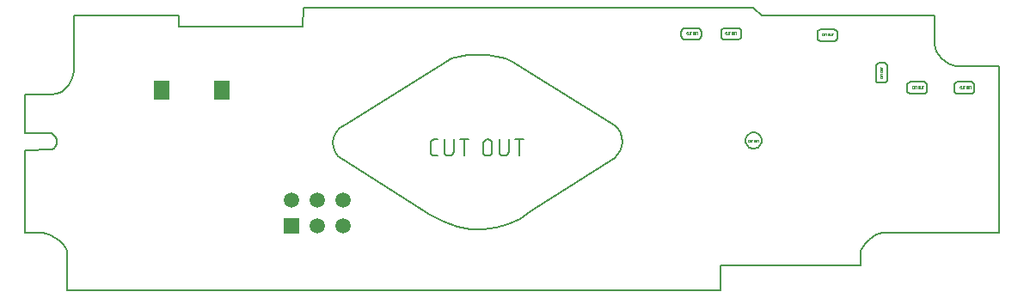
<source format=gbs>
G04 EAGLE Gerber RS-274X export*
G75*
%MOMM*%
%FSLAX34Y34*%
%LPD*%
%INSolder Mask bottom*%
%IPPOS*%
%AMOC8*
5,1,8,0,0,1.08239X$1,22.5*%
G01*
%ADD10C,0.152400*%
%ADD11C,0.127000*%
%ADD12C,0.203200*%
%ADD13C,0.000000*%
%ADD14R,1.498600X1.498600*%
%ADD15C,1.498600*%
%ADD16R,1.601600X1.901600*%


D10*
X937546Y229161D02*
X938245Y229175D01*
X979417Y229147D01*
X979417Y64431D01*
X864625Y64431D01*
X862110Y64004D01*
X858911Y62769D01*
X855342Y60789D01*
X851718Y58131D01*
X848352Y54860D01*
X845559Y51042D01*
X843653Y46742D01*
X842947Y42026D01*
X842947Y32137D01*
X705259Y32137D01*
X705259Y8048D01*
X62246Y8048D01*
X62246Y44093D01*
X61661Y47028D01*
X60017Y50299D01*
X57479Y53683D01*
X54211Y56954D01*
X50380Y59889D01*
X46151Y62263D01*
X41688Y63852D01*
X37157Y64431D01*
X20582Y64431D01*
X20582Y146244D01*
X46461Y146444D01*
X48726Y147667D01*
X50340Y149584D01*
X51304Y151962D01*
X51620Y154567D01*
X51292Y157166D01*
X50321Y159525D01*
X48710Y161410D01*
X46461Y162589D01*
X20582Y162627D01*
D11*
X20582Y200900D01*
D10*
X46461Y200900D01*
X51954Y201629D01*
X56614Y203653D01*
X60472Y206724D01*
X63559Y210596D01*
X65906Y215020D01*
X67544Y219752D01*
X68505Y224543D01*
X68818Y229147D01*
X68818Y278772D01*
D12*
X171616Y278772D01*
D10*
X171616Y267473D01*
X294142Y267557D01*
X294805Y286363D01*
X737652Y286663D01*
X745760Y278772D01*
X916056Y278772D01*
X916116Y250125D01*
X916704Y247043D01*
X918137Y243643D01*
X920291Y240151D01*
X923042Y236790D01*
X926267Y233785D01*
X929842Y231363D01*
X933643Y229746D01*
X937546Y229161D01*
X739426Y163325D02*
X737814Y163488D01*
X739426Y163325D02*
X740928Y162859D01*
X742287Y162122D01*
X743471Y161145D01*
X744448Y159961D01*
X745185Y158602D01*
X745651Y157100D01*
X745814Y155488D01*
X745651Y153876D01*
X745185Y152374D01*
X744448Y151015D01*
X743471Y149831D01*
X742287Y148854D01*
X740928Y148117D01*
X739426Y147651D01*
X737814Y147488D01*
X736202Y147651D01*
X734700Y148117D01*
X733341Y148854D01*
X732157Y149831D01*
X731180Y151015D01*
X730443Y152374D01*
X729977Y153876D01*
X729814Y155488D01*
X729977Y157100D01*
X730443Y158602D01*
X731180Y159961D01*
X732157Y161145D01*
X733341Y162122D01*
X734700Y162859D01*
X736202Y163325D01*
X737814Y163488D01*
X858183Y215721D02*
X858183Y228616D01*
X858251Y229284D01*
X858445Y229906D01*
X858752Y230471D01*
X859159Y230963D01*
X859651Y231370D01*
X860216Y231677D01*
X860838Y231871D01*
X861506Y231939D01*
X866291Y231939D01*
X866959Y231871D01*
X867582Y231677D01*
X868146Y231370D01*
X868639Y230963D01*
X869046Y230471D01*
X869353Y229906D01*
X869547Y229284D01*
X869615Y228616D01*
X869615Y215721D01*
X869547Y215054D01*
X869353Y214431D01*
X869046Y213867D01*
X868639Y213375D01*
X868146Y212968D01*
X867582Y212661D01*
X866959Y212467D01*
X866291Y212399D01*
X861506Y212399D01*
X860838Y212467D01*
X860216Y212661D01*
X859651Y212968D01*
X859159Y213375D01*
X858752Y213867D01*
X858445Y214431D01*
X858251Y215054D01*
X858183Y215721D01*
X892465Y213299D02*
X905359Y213299D01*
X906027Y213231D01*
X906649Y213037D01*
X907214Y212729D01*
X907706Y212323D01*
X908113Y211830D01*
X908420Y211266D01*
X908614Y210643D01*
X908682Y209976D01*
X908682Y205190D01*
X908614Y204522D01*
X908420Y203899D01*
X908113Y203335D01*
X907706Y202842D01*
X907214Y202435D01*
X906649Y202128D01*
X906027Y201934D01*
X905359Y201866D01*
X892465Y201866D01*
X891797Y201934D01*
X891175Y202128D01*
X890610Y202435D01*
X890118Y202842D01*
X889711Y203335D01*
X889404Y203899D01*
X889210Y204522D01*
X889142Y205190D01*
X889142Y209976D01*
X889210Y210643D01*
X889404Y211266D01*
X889711Y211830D01*
X890118Y212323D01*
X890610Y212729D01*
X891175Y213037D01*
X891797Y213231D01*
X892465Y213299D01*
X939007Y213299D02*
X951902Y213299D01*
X952569Y213231D01*
X953192Y213037D01*
X953756Y212729D01*
X954248Y212323D01*
X954655Y211830D01*
X954962Y211266D01*
X955156Y210643D01*
X955224Y209976D01*
X955224Y205190D01*
X955156Y204522D01*
X954962Y203899D01*
X954655Y203335D01*
X954248Y202842D01*
X953756Y202435D01*
X953192Y202128D01*
X952569Y201934D01*
X951902Y201866D01*
X939007Y201866D01*
X938339Y201934D01*
X937717Y202128D01*
X937152Y202435D01*
X936660Y202842D01*
X936253Y203335D01*
X935946Y203899D01*
X935752Y204522D01*
X935684Y205190D01*
X935684Y209976D01*
X935752Y210643D01*
X935946Y211266D01*
X936253Y211830D01*
X936660Y212323D01*
X937152Y212729D01*
X937717Y213037D01*
X938339Y213231D01*
X939007Y213299D01*
X817045Y265110D02*
X804150Y265110D01*
X817045Y265110D02*
X817713Y265042D01*
X818335Y264848D01*
X818900Y264541D01*
X819392Y264134D01*
X819799Y263642D01*
X820106Y263077D01*
X820300Y262455D01*
X820368Y261787D01*
X820368Y257001D01*
X820300Y256333D01*
X820106Y255711D01*
X819799Y255146D01*
X819392Y254654D01*
X818900Y254247D01*
X818335Y253940D01*
X817713Y253746D01*
X817045Y253678D01*
X804150Y253678D01*
X803483Y253746D01*
X802860Y253940D01*
X802296Y254247D01*
X801804Y254654D01*
X801397Y255146D01*
X801090Y255711D01*
X800896Y256333D01*
X800828Y257001D01*
X800828Y261787D01*
X800896Y262455D01*
X801090Y263077D01*
X801397Y263642D01*
X801804Y264134D01*
X802296Y264541D01*
X802860Y264848D01*
X803483Y265042D01*
X804150Y265110D01*
X722181Y266419D02*
X709286Y266419D01*
X722181Y266419D02*
X722849Y266351D01*
X723471Y266157D01*
X724036Y265850D01*
X724528Y265443D01*
X724935Y264951D01*
X725242Y264386D01*
X725436Y263764D01*
X725504Y263096D01*
X725504Y258310D01*
X725436Y257642D01*
X725242Y257019D01*
X724935Y256455D01*
X724528Y255962D01*
X724036Y255555D01*
X723471Y255248D01*
X722849Y255054D01*
X722181Y254986D01*
X709286Y254986D01*
X708619Y255054D01*
X707996Y255248D01*
X707432Y255555D01*
X706940Y255962D01*
X706533Y256455D01*
X706226Y257019D01*
X706032Y257642D01*
X705964Y258310D01*
X705964Y263096D01*
X706032Y263764D01*
X706226Y264386D01*
X706533Y264951D01*
X706940Y265443D01*
X707432Y265850D01*
X707996Y266157D01*
X708619Y266351D01*
X709286Y266419D01*
X682994Y266419D02*
X670100Y266419D01*
X682994Y266419D02*
X683662Y266351D01*
X684284Y266157D01*
X684849Y265850D01*
X685341Y265443D01*
X685748Y264951D01*
X686055Y264386D01*
X686249Y263764D01*
X686317Y263096D01*
X686317Y258310D01*
X686249Y257642D01*
X686055Y257019D01*
X685748Y256455D01*
X685341Y255962D01*
X684849Y255555D01*
X684284Y255248D01*
X683662Y255054D01*
X682994Y254986D01*
X670100Y254986D01*
X669432Y255054D01*
X668810Y255248D01*
X668245Y255555D01*
X667753Y255962D01*
X667346Y256455D01*
X667039Y257019D01*
X666845Y257642D01*
X666777Y258310D01*
X666777Y263096D01*
X666845Y263764D01*
X667039Y264386D01*
X667346Y264951D01*
X667753Y265443D01*
X668245Y265850D01*
X668810Y266157D01*
X669432Y266351D01*
X670100Y266419D01*
X435544Y233391D02*
X335808Y171521D01*
X435544Y233391D02*
X440692Y236252D01*
X447999Y238356D01*
X456803Y239672D01*
X466443Y240170D01*
X476258Y239821D01*
X485585Y238595D01*
X493764Y236462D01*
X500134Y233391D01*
X601057Y170338D01*
X604673Y167047D01*
X607025Y163106D01*
X608233Y158739D01*
X608412Y154167D01*
X607682Y149615D01*
X606161Y145305D01*
X603965Y141461D01*
X601213Y138305D01*
X518393Y85697D01*
X507700Y78565D01*
X496313Y73177D01*
X484336Y69624D01*
X471875Y67994D01*
X459033Y68377D01*
X445916Y70863D01*
X432628Y75541D01*
X419273Y82501D01*
X332812Y137350D01*
X328912Y140354D01*
X326047Y144216D01*
X324309Y148687D01*
X323793Y153521D01*
X324592Y158468D01*
X326798Y163283D01*
X330506Y167716D01*
X335808Y171521D01*
X736253Y163334D02*
X737814Y163488D01*
X736253Y163334D02*
X734753Y162879D01*
X733369Y162140D01*
X732157Y161145D01*
X731162Y159933D01*
X730423Y158550D01*
X729968Y157049D01*
X729814Y155488D01*
X729968Y153927D01*
X730423Y152427D01*
X731162Y151043D01*
X732157Y149831D01*
X733369Y148836D01*
X734753Y148097D01*
X736253Y147642D01*
X737814Y147488D01*
X739375Y147642D01*
X740876Y148097D01*
X742259Y148836D01*
X743471Y149831D01*
X744466Y151043D01*
X745205Y152427D01*
X745660Y153927D01*
X745814Y155488D01*
X745660Y157049D01*
X745205Y158550D01*
X744466Y159933D01*
X743471Y161145D01*
X742259Y162140D01*
X740876Y162879D01*
X739375Y163334D01*
X737814Y163488D01*
X427087Y140462D02*
X423474Y140462D01*
X423356Y140464D01*
X423238Y140470D01*
X423120Y140479D01*
X423003Y140493D01*
X422886Y140510D01*
X422769Y140531D01*
X422654Y140556D01*
X422539Y140585D01*
X422425Y140618D01*
X422313Y140654D01*
X422202Y140694D01*
X422092Y140737D01*
X421983Y140784D01*
X421876Y140834D01*
X421771Y140889D01*
X421668Y140946D01*
X421567Y141007D01*
X421467Y141071D01*
X421370Y141138D01*
X421275Y141208D01*
X421183Y141282D01*
X421092Y141358D01*
X421005Y141438D01*
X420920Y141520D01*
X420838Y141605D01*
X420758Y141692D01*
X420682Y141783D01*
X420608Y141875D01*
X420538Y141970D01*
X420471Y142067D01*
X420407Y142167D01*
X420346Y142268D01*
X420289Y142371D01*
X420234Y142476D01*
X420184Y142583D01*
X420137Y142692D01*
X420094Y142802D01*
X420054Y142913D01*
X420018Y143025D01*
X419985Y143139D01*
X419956Y143254D01*
X419931Y143369D01*
X419910Y143486D01*
X419893Y143603D01*
X419879Y143720D01*
X419870Y143838D01*
X419864Y143956D01*
X419862Y144074D01*
X419862Y153106D01*
X419864Y153224D01*
X419870Y153342D01*
X419879Y153460D01*
X419893Y153577D01*
X419910Y153694D01*
X419931Y153811D01*
X419956Y153926D01*
X419985Y154041D01*
X420018Y154155D01*
X420054Y154267D01*
X420094Y154378D01*
X420137Y154488D01*
X420184Y154597D01*
X420234Y154704D01*
X420288Y154809D01*
X420346Y154912D01*
X420407Y155013D01*
X420471Y155113D01*
X420538Y155210D01*
X420608Y155305D01*
X420682Y155397D01*
X420758Y155488D01*
X420838Y155575D01*
X420920Y155660D01*
X421005Y155742D01*
X421092Y155822D01*
X421183Y155898D01*
X421275Y155972D01*
X421370Y156042D01*
X421467Y156109D01*
X421567Y156173D01*
X421668Y156234D01*
X421771Y156291D01*
X421876Y156345D01*
X421983Y156396D01*
X422092Y156443D01*
X422202Y156486D01*
X422313Y156526D01*
X422425Y156562D01*
X422539Y156595D01*
X422654Y156624D01*
X422769Y156649D01*
X422886Y156670D01*
X423003Y156687D01*
X423120Y156701D01*
X423238Y156710D01*
X423356Y156716D01*
X423474Y156718D01*
X427087Y156718D01*
X433449Y156718D02*
X433449Y144978D01*
X433448Y144978D02*
X433450Y144845D01*
X433456Y144713D01*
X433466Y144581D01*
X433479Y144449D01*
X433497Y144317D01*
X433518Y144187D01*
X433543Y144056D01*
X433572Y143927D01*
X433605Y143799D01*
X433641Y143671D01*
X433681Y143545D01*
X433725Y143420D01*
X433773Y143296D01*
X433824Y143174D01*
X433879Y143053D01*
X433937Y142934D01*
X433999Y142816D01*
X434064Y142701D01*
X434133Y142587D01*
X434204Y142476D01*
X434280Y142367D01*
X434358Y142260D01*
X434439Y142155D01*
X434524Y142053D01*
X434611Y141953D01*
X434701Y141856D01*
X434794Y141761D01*
X434890Y141670D01*
X434988Y141581D01*
X435089Y141495D01*
X435193Y141412D01*
X435299Y141332D01*
X435407Y141256D01*
X435517Y141182D01*
X435630Y141112D01*
X435744Y141045D01*
X435861Y140982D01*
X435979Y140922D01*
X436099Y140865D01*
X436221Y140812D01*
X436344Y140763D01*
X436468Y140717D01*
X436594Y140675D01*
X436721Y140637D01*
X436849Y140602D01*
X436978Y140571D01*
X437107Y140544D01*
X437238Y140521D01*
X437369Y140501D01*
X437501Y140486D01*
X437633Y140474D01*
X437765Y140466D01*
X437898Y140462D01*
X438030Y140462D01*
X438163Y140466D01*
X438295Y140474D01*
X438427Y140486D01*
X438559Y140501D01*
X438690Y140521D01*
X438821Y140544D01*
X438950Y140571D01*
X439079Y140602D01*
X439207Y140637D01*
X439334Y140675D01*
X439460Y140717D01*
X439584Y140763D01*
X439707Y140812D01*
X439829Y140865D01*
X439949Y140922D01*
X440067Y140982D01*
X440184Y141045D01*
X440298Y141112D01*
X440411Y141182D01*
X440521Y141256D01*
X440629Y141332D01*
X440735Y141412D01*
X440839Y141495D01*
X440940Y141581D01*
X441038Y141670D01*
X441134Y141761D01*
X441227Y141856D01*
X441317Y141953D01*
X441404Y142053D01*
X441489Y142155D01*
X441570Y142260D01*
X441648Y142367D01*
X441724Y142476D01*
X441795Y142587D01*
X441864Y142701D01*
X441929Y142816D01*
X441991Y142934D01*
X442049Y143053D01*
X442104Y143174D01*
X442155Y143296D01*
X442203Y143420D01*
X442247Y143545D01*
X442287Y143671D01*
X442323Y143799D01*
X442356Y143927D01*
X442385Y144056D01*
X442410Y144187D01*
X442431Y144317D01*
X442449Y144449D01*
X442462Y144581D01*
X442472Y144713D01*
X442478Y144845D01*
X442480Y144978D01*
X442480Y156718D01*
X453074Y156718D02*
X453074Y140462D01*
X448559Y156718D02*
X457590Y156718D01*
X471485Y152202D02*
X471485Y144978D01*
X471484Y152202D02*
X471486Y152335D01*
X471492Y152467D01*
X471502Y152599D01*
X471515Y152731D01*
X471533Y152863D01*
X471554Y152993D01*
X471579Y153124D01*
X471608Y153253D01*
X471641Y153381D01*
X471677Y153509D01*
X471717Y153635D01*
X471761Y153760D01*
X471809Y153884D01*
X471860Y154006D01*
X471915Y154127D01*
X471973Y154246D01*
X472035Y154364D01*
X472100Y154479D01*
X472169Y154593D01*
X472240Y154704D01*
X472316Y154813D01*
X472394Y154920D01*
X472475Y155025D01*
X472560Y155127D01*
X472647Y155227D01*
X472737Y155324D01*
X472830Y155419D01*
X472926Y155510D01*
X473024Y155599D01*
X473125Y155685D01*
X473229Y155768D01*
X473335Y155848D01*
X473443Y155924D01*
X473553Y155998D01*
X473666Y156068D01*
X473780Y156135D01*
X473897Y156198D01*
X474015Y156258D01*
X474135Y156315D01*
X474257Y156368D01*
X474380Y156417D01*
X474504Y156463D01*
X474630Y156505D01*
X474757Y156543D01*
X474885Y156578D01*
X475014Y156609D01*
X475143Y156636D01*
X475274Y156659D01*
X475405Y156679D01*
X475537Y156694D01*
X475669Y156706D01*
X475801Y156714D01*
X475934Y156718D01*
X476066Y156718D01*
X476199Y156714D01*
X476331Y156706D01*
X476463Y156694D01*
X476595Y156679D01*
X476726Y156659D01*
X476857Y156636D01*
X476986Y156609D01*
X477115Y156578D01*
X477243Y156543D01*
X477370Y156505D01*
X477496Y156463D01*
X477620Y156417D01*
X477743Y156368D01*
X477865Y156315D01*
X477985Y156258D01*
X478103Y156198D01*
X478220Y156135D01*
X478334Y156068D01*
X478447Y155998D01*
X478557Y155924D01*
X478665Y155848D01*
X478771Y155768D01*
X478875Y155685D01*
X478976Y155599D01*
X479074Y155510D01*
X479170Y155419D01*
X479263Y155324D01*
X479353Y155227D01*
X479440Y155127D01*
X479525Y155025D01*
X479606Y154920D01*
X479684Y154813D01*
X479760Y154704D01*
X479831Y154593D01*
X479900Y154479D01*
X479965Y154364D01*
X480027Y154246D01*
X480085Y154127D01*
X480140Y154006D01*
X480191Y153884D01*
X480239Y153760D01*
X480283Y153635D01*
X480323Y153509D01*
X480359Y153381D01*
X480392Y153253D01*
X480421Y153124D01*
X480446Y152993D01*
X480467Y152863D01*
X480485Y152731D01*
X480498Y152599D01*
X480508Y152467D01*
X480514Y152335D01*
X480516Y152202D01*
X480516Y144978D01*
X480514Y144845D01*
X480508Y144713D01*
X480498Y144581D01*
X480485Y144449D01*
X480467Y144317D01*
X480446Y144187D01*
X480421Y144056D01*
X480392Y143927D01*
X480359Y143799D01*
X480323Y143671D01*
X480283Y143545D01*
X480239Y143420D01*
X480191Y143296D01*
X480140Y143174D01*
X480085Y143053D01*
X480027Y142934D01*
X479965Y142816D01*
X479900Y142701D01*
X479831Y142587D01*
X479760Y142476D01*
X479684Y142367D01*
X479606Y142260D01*
X479525Y142155D01*
X479440Y142053D01*
X479353Y141953D01*
X479263Y141856D01*
X479170Y141761D01*
X479074Y141670D01*
X478976Y141581D01*
X478875Y141495D01*
X478771Y141412D01*
X478665Y141332D01*
X478557Y141256D01*
X478447Y141182D01*
X478334Y141112D01*
X478220Y141045D01*
X478103Y140982D01*
X477985Y140922D01*
X477865Y140865D01*
X477743Y140812D01*
X477620Y140763D01*
X477496Y140717D01*
X477370Y140675D01*
X477243Y140637D01*
X477115Y140602D01*
X476986Y140571D01*
X476857Y140544D01*
X476726Y140521D01*
X476595Y140501D01*
X476463Y140486D01*
X476331Y140474D01*
X476199Y140466D01*
X476066Y140462D01*
X475934Y140462D01*
X475801Y140466D01*
X475669Y140474D01*
X475537Y140486D01*
X475405Y140501D01*
X475274Y140521D01*
X475143Y140544D01*
X475014Y140571D01*
X474885Y140602D01*
X474757Y140637D01*
X474630Y140675D01*
X474504Y140717D01*
X474380Y140763D01*
X474257Y140812D01*
X474135Y140865D01*
X474015Y140922D01*
X473897Y140982D01*
X473780Y141045D01*
X473666Y141112D01*
X473553Y141182D01*
X473443Y141256D01*
X473335Y141332D01*
X473229Y141412D01*
X473125Y141495D01*
X473024Y141581D01*
X472926Y141670D01*
X472830Y141761D01*
X472737Y141856D01*
X472647Y141953D01*
X472560Y142053D01*
X472475Y142155D01*
X472394Y142260D01*
X472316Y142367D01*
X472240Y142476D01*
X472169Y142587D01*
X472100Y142701D01*
X472035Y142816D01*
X471973Y142934D01*
X471915Y143053D01*
X471860Y143174D01*
X471809Y143296D01*
X471761Y143420D01*
X471717Y143545D01*
X471677Y143671D01*
X471641Y143799D01*
X471608Y143927D01*
X471579Y144056D01*
X471554Y144187D01*
X471533Y144317D01*
X471515Y144449D01*
X471502Y144581D01*
X471492Y144713D01*
X471486Y144845D01*
X471484Y144978D01*
X487637Y144978D02*
X487637Y156718D01*
X487636Y144978D02*
X487638Y144845D01*
X487644Y144713D01*
X487654Y144581D01*
X487667Y144449D01*
X487685Y144317D01*
X487706Y144187D01*
X487731Y144056D01*
X487760Y143927D01*
X487793Y143799D01*
X487829Y143671D01*
X487869Y143545D01*
X487913Y143420D01*
X487961Y143296D01*
X488012Y143174D01*
X488067Y143053D01*
X488125Y142934D01*
X488187Y142816D01*
X488252Y142701D01*
X488321Y142587D01*
X488392Y142476D01*
X488468Y142367D01*
X488546Y142260D01*
X488627Y142155D01*
X488712Y142053D01*
X488799Y141953D01*
X488889Y141856D01*
X488982Y141761D01*
X489078Y141670D01*
X489176Y141581D01*
X489277Y141495D01*
X489381Y141412D01*
X489487Y141332D01*
X489595Y141256D01*
X489705Y141182D01*
X489818Y141112D01*
X489932Y141045D01*
X490049Y140982D01*
X490167Y140922D01*
X490287Y140865D01*
X490409Y140812D01*
X490532Y140763D01*
X490656Y140717D01*
X490782Y140675D01*
X490909Y140637D01*
X491037Y140602D01*
X491166Y140571D01*
X491295Y140544D01*
X491426Y140521D01*
X491557Y140501D01*
X491689Y140486D01*
X491821Y140474D01*
X491953Y140466D01*
X492086Y140462D01*
X492218Y140462D01*
X492351Y140466D01*
X492483Y140474D01*
X492615Y140486D01*
X492747Y140501D01*
X492878Y140521D01*
X493009Y140544D01*
X493138Y140571D01*
X493267Y140602D01*
X493395Y140637D01*
X493522Y140675D01*
X493648Y140717D01*
X493772Y140763D01*
X493895Y140812D01*
X494017Y140865D01*
X494137Y140922D01*
X494255Y140982D01*
X494372Y141045D01*
X494486Y141112D01*
X494599Y141182D01*
X494709Y141256D01*
X494817Y141332D01*
X494923Y141412D01*
X495027Y141495D01*
X495128Y141581D01*
X495226Y141670D01*
X495322Y141761D01*
X495415Y141856D01*
X495505Y141953D01*
X495592Y142053D01*
X495677Y142155D01*
X495758Y142260D01*
X495836Y142367D01*
X495912Y142476D01*
X495983Y142587D01*
X496052Y142701D01*
X496117Y142816D01*
X496179Y142934D01*
X496237Y143053D01*
X496292Y143174D01*
X496343Y143296D01*
X496391Y143420D01*
X496435Y143545D01*
X496475Y143671D01*
X496511Y143799D01*
X496544Y143927D01*
X496573Y144056D01*
X496598Y144187D01*
X496619Y144317D01*
X496637Y144449D01*
X496650Y144581D01*
X496660Y144713D01*
X496666Y144845D01*
X496668Y144978D01*
X496668Y156718D01*
X507263Y156718D02*
X507263Y140462D01*
X502747Y156718D02*
X511778Y156718D01*
D13*
X894532Y207010D02*
X894983Y207010D01*
X894532Y207010D02*
X894490Y207012D01*
X894449Y207018D01*
X894408Y207027D01*
X894369Y207041D01*
X894331Y207057D01*
X894294Y207078D01*
X894260Y207101D01*
X894227Y207128D01*
X894198Y207157D01*
X894171Y207190D01*
X894148Y207224D01*
X894127Y207261D01*
X894111Y207299D01*
X894097Y207338D01*
X894088Y207379D01*
X894082Y207420D01*
X894080Y207462D01*
X894080Y208590D01*
X894082Y208632D01*
X894088Y208673D01*
X894097Y208714D01*
X894111Y208753D01*
X894127Y208791D01*
X894148Y208828D01*
X894171Y208862D01*
X894198Y208894D01*
X894227Y208924D01*
X894260Y208951D01*
X894294Y208974D01*
X894331Y208995D01*
X894369Y209011D01*
X894408Y209025D01*
X894449Y209034D01*
X894490Y209040D01*
X894532Y209042D01*
X894983Y209042D01*
X895668Y209042D02*
X895668Y207574D01*
X895670Y207527D01*
X895676Y207481D01*
X895685Y207436D01*
X895699Y207391D01*
X895716Y207347D01*
X895736Y207306D01*
X895760Y207266D01*
X895787Y207228D01*
X895817Y207192D01*
X895850Y207159D01*
X895886Y207129D01*
X895924Y207102D01*
X895964Y207078D01*
X896005Y207058D01*
X896049Y207041D01*
X896094Y207027D01*
X896139Y207018D01*
X896185Y207012D01*
X896232Y207010D01*
X896279Y207012D01*
X896325Y207018D01*
X896370Y207027D01*
X896415Y207041D01*
X896459Y207058D01*
X896500Y207078D01*
X896540Y207102D01*
X896578Y207129D01*
X896614Y207159D01*
X896647Y207192D01*
X896677Y207228D01*
X896704Y207266D01*
X896728Y207306D01*
X896748Y207347D01*
X896765Y207391D01*
X896779Y207436D01*
X896788Y207481D01*
X896794Y207527D01*
X896796Y207574D01*
X896796Y209042D01*
X898000Y209042D02*
X898000Y207010D01*
X898564Y209042D02*
X897435Y209042D01*
X900118Y208478D02*
X900118Y207574D01*
X900118Y208478D02*
X900120Y208525D01*
X900126Y208571D01*
X900135Y208616D01*
X900149Y208661D01*
X900166Y208705D01*
X900186Y208746D01*
X900210Y208786D01*
X900237Y208824D01*
X900267Y208860D01*
X900300Y208893D01*
X900336Y208923D01*
X900374Y208950D01*
X900414Y208974D01*
X900455Y208994D01*
X900499Y209011D01*
X900544Y209025D01*
X900589Y209034D01*
X900635Y209040D01*
X900682Y209042D01*
X900729Y209040D01*
X900775Y209034D01*
X900820Y209025D01*
X900865Y209011D01*
X900909Y208994D01*
X900950Y208974D01*
X900990Y208950D01*
X901028Y208923D01*
X901064Y208893D01*
X901097Y208860D01*
X901127Y208824D01*
X901154Y208786D01*
X901178Y208746D01*
X901198Y208705D01*
X901215Y208661D01*
X901229Y208616D01*
X901238Y208571D01*
X901244Y208525D01*
X901246Y208478D01*
X901246Y207574D01*
X901244Y207527D01*
X901238Y207481D01*
X901229Y207436D01*
X901215Y207391D01*
X901198Y207347D01*
X901178Y207306D01*
X901154Y207266D01*
X901127Y207228D01*
X901097Y207192D01*
X901064Y207159D01*
X901028Y207129D01*
X900990Y207102D01*
X900950Y207078D01*
X900909Y207058D01*
X900865Y207041D01*
X900820Y207027D01*
X900775Y207018D01*
X900729Y207012D01*
X900682Y207010D01*
X900635Y207012D01*
X900589Y207018D01*
X900544Y207027D01*
X900499Y207041D01*
X900455Y207058D01*
X900414Y207078D01*
X900374Y207102D01*
X900336Y207129D01*
X900300Y207159D01*
X900267Y207192D01*
X900237Y207228D01*
X900210Y207266D01*
X900186Y207306D01*
X900166Y207347D01*
X900149Y207391D01*
X900135Y207436D01*
X900126Y207481D01*
X900120Y207527D01*
X900118Y207574D01*
X902007Y207574D02*
X902007Y209042D01*
X902008Y207574D02*
X902010Y207527D01*
X902016Y207481D01*
X902025Y207436D01*
X902039Y207391D01*
X902056Y207347D01*
X902076Y207306D01*
X902100Y207266D01*
X902127Y207228D01*
X902157Y207192D01*
X902190Y207159D01*
X902226Y207129D01*
X902264Y207102D01*
X902304Y207078D01*
X902345Y207058D01*
X902389Y207041D01*
X902434Y207027D01*
X902479Y207018D01*
X902525Y207012D01*
X902572Y207010D01*
X902619Y207012D01*
X902665Y207018D01*
X902710Y207027D01*
X902755Y207041D01*
X902799Y207058D01*
X902840Y207078D01*
X902880Y207102D01*
X902918Y207129D01*
X902954Y207159D01*
X902987Y207192D01*
X903017Y207228D01*
X903044Y207266D01*
X903068Y207306D01*
X903088Y207347D01*
X903105Y207391D01*
X903119Y207436D01*
X903128Y207481D01*
X903134Y207527D01*
X903136Y207574D01*
X903136Y209042D01*
X904340Y209042D02*
X904340Y207010D01*
X904904Y209042D02*
X903775Y209042D01*
X941522Y207010D02*
X941973Y207010D01*
X941522Y207010D02*
X941480Y207012D01*
X941439Y207018D01*
X941398Y207027D01*
X941359Y207041D01*
X941321Y207057D01*
X941284Y207078D01*
X941250Y207101D01*
X941217Y207128D01*
X941188Y207157D01*
X941161Y207190D01*
X941138Y207224D01*
X941117Y207261D01*
X941101Y207299D01*
X941087Y207338D01*
X941078Y207379D01*
X941072Y207420D01*
X941070Y207462D01*
X941070Y208590D01*
X941072Y208632D01*
X941078Y208673D01*
X941087Y208714D01*
X941101Y208753D01*
X941117Y208791D01*
X941138Y208828D01*
X941161Y208862D01*
X941188Y208894D01*
X941217Y208924D01*
X941250Y208951D01*
X941284Y208974D01*
X941321Y208995D01*
X941359Y209011D01*
X941398Y209025D01*
X941439Y209034D01*
X941480Y209040D01*
X941522Y209042D01*
X941973Y209042D01*
X942658Y209042D02*
X942658Y207574D01*
X942660Y207527D01*
X942666Y207481D01*
X942675Y207436D01*
X942689Y207391D01*
X942706Y207347D01*
X942726Y207306D01*
X942750Y207266D01*
X942777Y207228D01*
X942807Y207192D01*
X942840Y207159D01*
X942876Y207129D01*
X942914Y207102D01*
X942954Y207078D01*
X942995Y207058D01*
X943039Y207041D01*
X943084Y207027D01*
X943129Y207018D01*
X943175Y207012D01*
X943222Y207010D01*
X943269Y207012D01*
X943315Y207018D01*
X943360Y207027D01*
X943405Y207041D01*
X943449Y207058D01*
X943490Y207078D01*
X943530Y207102D01*
X943568Y207129D01*
X943604Y207159D01*
X943637Y207192D01*
X943667Y207228D01*
X943694Y207266D01*
X943718Y207306D01*
X943738Y207347D01*
X943755Y207391D01*
X943769Y207436D01*
X943778Y207481D01*
X943784Y207527D01*
X943786Y207574D01*
X943786Y209042D01*
X944990Y209042D02*
X944990Y207010D01*
X945554Y209042D02*
X944425Y209042D01*
X947108Y208478D02*
X947108Y207574D01*
X947108Y208478D02*
X947110Y208525D01*
X947116Y208571D01*
X947125Y208616D01*
X947139Y208661D01*
X947156Y208705D01*
X947176Y208746D01*
X947200Y208786D01*
X947227Y208824D01*
X947257Y208860D01*
X947290Y208893D01*
X947326Y208923D01*
X947364Y208950D01*
X947404Y208974D01*
X947445Y208994D01*
X947489Y209011D01*
X947534Y209025D01*
X947579Y209034D01*
X947625Y209040D01*
X947672Y209042D01*
X947719Y209040D01*
X947765Y209034D01*
X947810Y209025D01*
X947855Y209011D01*
X947899Y208994D01*
X947940Y208974D01*
X947980Y208950D01*
X948018Y208923D01*
X948054Y208893D01*
X948087Y208860D01*
X948117Y208824D01*
X948144Y208786D01*
X948168Y208746D01*
X948188Y208705D01*
X948205Y208661D01*
X948219Y208616D01*
X948228Y208571D01*
X948234Y208525D01*
X948236Y208478D01*
X948236Y207574D01*
X948234Y207527D01*
X948228Y207481D01*
X948219Y207436D01*
X948205Y207391D01*
X948188Y207347D01*
X948168Y207306D01*
X948144Y207266D01*
X948117Y207228D01*
X948087Y207192D01*
X948054Y207159D01*
X948018Y207129D01*
X947980Y207102D01*
X947940Y207078D01*
X947899Y207058D01*
X947855Y207041D01*
X947810Y207027D01*
X947765Y207018D01*
X947719Y207012D01*
X947672Y207010D01*
X947625Y207012D01*
X947579Y207018D01*
X947534Y207027D01*
X947489Y207041D01*
X947445Y207058D01*
X947404Y207078D01*
X947364Y207102D01*
X947326Y207129D01*
X947290Y207159D01*
X947257Y207192D01*
X947227Y207228D01*
X947200Y207266D01*
X947176Y207306D01*
X947156Y207347D01*
X947139Y207391D01*
X947125Y207436D01*
X947116Y207481D01*
X947110Y207527D01*
X947108Y207574D01*
X948997Y207574D02*
X948997Y209042D01*
X948998Y207574D02*
X949000Y207527D01*
X949006Y207481D01*
X949015Y207436D01*
X949029Y207391D01*
X949046Y207347D01*
X949066Y207306D01*
X949090Y207266D01*
X949117Y207228D01*
X949147Y207192D01*
X949180Y207159D01*
X949216Y207129D01*
X949254Y207102D01*
X949294Y207078D01*
X949335Y207058D01*
X949379Y207041D01*
X949424Y207027D01*
X949469Y207018D01*
X949515Y207012D01*
X949562Y207010D01*
X949609Y207012D01*
X949655Y207018D01*
X949700Y207027D01*
X949745Y207041D01*
X949789Y207058D01*
X949830Y207078D01*
X949870Y207102D01*
X949908Y207129D01*
X949944Y207159D01*
X949977Y207192D01*
X950007Y207228D01*
X950034Y207266D01*
X950058Y207306D01*
X950078Y207347D01*
X950095Y207391D01*
X950109Y207436D01*
X950118Y207481D01*
X950124Y207527D01*
X950126Y207574D01*
X950126Y209042D01*
X951330Y209042D02*
X951330Y207010D01*
X951894Y209042D02*
X950765Y209042D01*
X806083Y259080D02*
X805632Y259080D01*
X805590Y259082D01*
X805549Y259088D01*
X805508Y259097D01*
X805469Y259111D01*
X805431Y259127D01*
X805394Y259148D01*
X805360Y259171D01*
X805327Y259198D01*
X805298Y259227D01*
X805271Y259260D01*
X805248Y259294D01*
X805227Y259331D01*
X805211Y259369D01*
X805197Y259408D01*
X805188Y259449D01*
X805182Y259490D01*
X805180Y259532D01*
X805180Y260660D01*
X805182Y260702D01*
X805188Y260743D01*
X805197Y260784D01*
X805211Y260823D01*
X805227Y260861D01*
X805248Y260898D01*
X805271Y260932D01*
X805298Y260964D01*
X805327Y260994D01*
X805360Y261021D01*
X805394Y261044D01*
X805431Y261065D01*
X805469Y261081D01*
X805508Y261095D01*
X805549Y261104D01*
X805590Y261110D01*
X805632Y261112D01*
X806083Y261112D01*
X806768Y261112D02*
X806768Y259644D01*
X806770Y259597D01*
X806776Y259551D01*
X806785Y259506D01*
X806799Y259461D01*
X806816Y259417D01*
X806836Y259376D01*
X806860Y259336D01*
X806887Y259298D01*
X806917Y259262D01*
X806950Y259229D01*
X806986Y259199D01*
X807024Y259172D01*
X807064Y259148D01*
X807105Y259128D01*
X807149Y259111D01*
X807194Y259097D01*
X807239Y259088D01*
X807285Y259082D01*
X807332Y259080D01*
X807379Y259082D01*
X807425Y259088D01*
X807470Y259097D01*
X807515Y259111D01*
X807559Y259128D01*
X807600Y259148D01*
X807640Y259172D01*
X807678Y259199D01*
X807714Y259229D01*
X807747Y259262D01*
X807777Y259298D01*
X807804Y259336D01*
X807828Y259376D01*
X807848Y259417D01*
X807865Y259461D01*
X807879Y259506D01*
X807888Y259551D01*
X807894Y259597D01*
X807896Y259644D01*
X807896Y261112D01*
X809100Y261112D02*
X809100Y259080D01*
X809664Y261112D02*
X808535Y261112D01*
X811218Y260548D02*
X811218Y259644D01*
X811218Y260548D02*
X811220Y260595D01*
X811226Y260641D01*
X811235Y260686D01*
X811249Y260731D01*
X811266Y260775D01*
X811286Y260816D01*
X811310Y260856D01*
X811337Y260894D01*
X811367Y260930D01*
X811400Y260963D01*
X811436Y260993D01*
X811474Y261020D01*
X811514Y261044D01*
X811555Y261064D01*
X811599Y261081D01*
X811644Y261095D01*
X811689Y261104D01*
X811735Y261110D01*
X811782Y261112D01*
X811829Y261110D01*
X811875Y261104D01*
X811920Y261095D01*
X811965Y261081D01*
X812009Y261064D01*
X812050Y261044D01*
X812090Y261020D01*
X812128Y260993D01*
X812164Y260963D01*
X812197Y260930D01*
X812227Y260894D01*
X812254Y260856D01*
X812278Y260816D01*
X812298Y260775D01*
X812315Y260731D01*
X812329Y260686D01*
X812338Y260641D01*
X812344Y260595D01*
X812346Y260548D01*
X812346Y259644D01*
X812344Y259597D01*
X812338Y259551D01*
X812329Y259506D01*
X812315Y259461D01*
X812298Y259417D01*
X812278Y259376D01*
X812254Y259336D01*
X812227Y259298D01*
X812197Y259262D01*
X812164Y259229D01*
X812128Y259199D01*
X812090Y259172D01*
X812050Y259148D01*
X812009Y259128D01*
X811965Y259111D01*
X811920Y259097D01*
X811875Y259088D01*
X811829Y259082D01*
X811782Y259080D01*
X811735Y259082D01*
X811689Y259088D01*
X811644Y259097D01*
X811599Y259111D01*
X811555Y259128D01*
X811514Y259148D01*
X811474Y259172D01*
X811436Y259199D01*
X811400Y259229D01*
X811367Y259262D01*
X811337Y259298D01*
X811310Y259336D01*
X811286Y259376D01*
X811266Y259417D01*
X811249Y259461D01*
X811235Y259506D01*
X811226Y259551D01*
X811220Y259597D01*
X811218Y259644D01*
X813107Y259644D02*
X813107Y261112D01*
X813108Y259644D02*
X813110Y259597D01*
X813116Y259551D01*
X813125Y259506D01*
X813139Y259461D01*
X813156Y259417D01*
X813176Y259376D01*
X813200Y259336D01*
X813227Y259298D01*
X813257Y259262D01*
X813290Y259229D01*
X813326Y259199D01*
X813364Y259172D01*
X813404Y259148D01*
X813445Y259128D01*
X813489Y259111D01*
X813534Y259097D01*
X813579Y259088D01*
X813625Y259082D01*
X813672Y259080D01*
X813719Y259082D01*
X813765Y259088D01*
X813810Y259097D01*
X813855Y259111D01*
X813899Y259128D01*
X813940Y259148D01*
X813980Y259172D01*
X814018Y259199D01*
X814054Y259229D01*
X814087Y259262D01*
X814117Y259298D01*
X814144Y259336D01*
X814168Y259376D01*
X814188Y259417D01*
X814205Y259461D01*
X814219Y259506D01*
X814228Y259551D01*
X814234Y259597D01*
X814236Y259644D01*
X814236Y261112D01*
X815440Y261112D02*
X815440Y259080D01*
X816004Y261112D02*
X814875Y261112D01*
X710833Y260350D02*
X710382Y260350D01*
X710340Y260352D01*
X710299Y260358D01*
X710258Y260367D01*
X710219Y260381D01*
X710181Y260397D01*
X710144Y260418D01*
X710110Y260441D01*
X710077Y260468D01*
X710048Y260497D01*
X710021Y260530D01*
X709998Y260564D01*
X709977Y260601D01*
X709961Y260639D01*
X709947Y260678D01*
X709938Y260719D01*
X709932Y260760D01*
X709930Y260802D01*
X709930Y261930D01*
X709932Y261972D01*
X709938Y262013D01*
X709947Y262054D01*
X709961Y262093D01*
X709977Y262131D01*
X709998Y262168D01*
X710021Y262202D01*
X710048Y262234D01*
X710077Y262264D01*
X710110Y262291D01*
X710144Y262314D01*
X710181Y262335D01*
X710219Y262351D01*
X710258Y262365D01*
X710299Y262374D01*
X710340Y262380D01*
X710382Y262382D01*
X710833Y262382D01*
X711518Y262382D02*
X711518Y260914D01*
X711520Y260867D01*
X711526Y260821D01*
X711535Y260776D01*
X711549Y260731D01*
X711566Y260687D01*
X711586Y260646D01*
X711610Y260606D01*
X711637Y260568D01*
X711667Y260532D01*
X711700Y260499D01*
X711736Y260469D01*
X711774Y260442D01*
X711814Y260418D01*
X711855Y260398D01*
X711899Y260381D01*
X711944Y260367D01*
X711989Y260358D01*
X712035Y260352D01*
X712082Y260350D01*
X712129Y260352D01*
X712175Y260358D01*
X712220Y260367D01*
X712265Y260381D01*
X712309Y260398D01*
X712350Y260418D01*
X712390Y260442D01*
X712428Y260469D01*
X712464Y260499D01*
X712497Y260532D01*
X712527Y260568D01*
X712554Y260606D01*
X712578Y260646D01*
X712598Y260687D01*
X712615Y260731D01*
X712629Y260776D01*
X712638Y260821D01*
X712644Y260867D01*
X712646Y260914D01*
X712646Y262382D01*
X713850Y262382D02*
X713850Y260350D01*
X714414Y262382D02*
X713285Y262382D01*
X715968Y261818D02*
X715968Y260914D01*
X715968Y261818D02*
X715970Y261865D01*
X715976Y261911D01*
X715985Y261956D01*
X715999Y262001D01*
X716016Y262045D01*
X716036Y262086D01*
X716060Y262126D01*
X716087Y262164D01*
X716117Y262200D01*
X716150Y262233D01*
X716186Y262263D01*
X716224Y262290D01*
X716264Y262314D01*
X716305Y262334D01*
X716349Y262351D01*
X716394Y262365D01*
X716439Y262374D01*
X716485Y262380D01*
X716532Y262382D01*
X716579Y262380D01*
X716625Y262374D01*
X716670Y262365D01*
X716715Y262351D01*
X716759Y262334D01*
X716800Y262314D01*
X716840Y262290D01*
X716878Y262263D01*
X716914Y262233D01*
X716947Y262200D01*
X716977Y262164D01*
X717004Y262126D01*
X717028Y262086D01*
X717048Y262045D01*
X717065Y262001D01*
X717079Y261956D01*
X717088Y261911D01*
X717094Y261865D01*
X717096Y261818D01*
X717096Y260914D01*
X717094Y260867D01*
X717088Y260821D01*
X717079Y260776D01*
X717065Y260731D01*
X717048Y260687D01*
X717028Y260646D01*
X717004Y260606D01*
X716977Y260568D01*
X716947Y260532D01*
X716914Y260499D01*
X716878Y260469D01*
X716840Y260442D01*
X716800Y260418D01*
X716759Y260398D01*
X716715Y260381D01*
X716670Y260367D01*
X716625Y260358D01*
X716579Y260352D01*
X716532Y260350D01*
X716485Y260352D01*
X716439Y260358D01*
X716394Y260367D01*
X716349Y260381D01*
X716305Y260398D01*
X716264Y260418D01*
X716224Y260442D01*
X716186Y260469D01*
X716150Y260499D01*
X716117Y260532D01*
X716087Y260568D01*
X716060Y260606D01*
X716036Y260646D01*
X716016Y260687D01*
X715999Y260731D01*
X715985Y260776D01*
X715976Y260821D01*
X715970Y260867D01*
X715968Y260914D01*
X717857Y260914D02*
X717857Y262382D01*
X717858Y260914D02*
X717860Y260867D01*
X717866Y260821D01*
X717875Y260776D01*
X717889Y260731D01*
X717906Y260687D01*
X717926Y260646D01*
X717950Y260606D01*
X717977Y260568D01*
X718007Y260532D01*
X718040Y260499D01*
X718076Y260469D01*
X718114Y260442D01*
X718154Y260418D01*
X718195Y260398D01*
X718239Y260381D01*
X718284Y260367D01*
X718329Y260358D01*
X718375Y260352D01*
X718422Y260350D01*
X718469Y260352D01*
X718515Y260358D01*
X718560Y260367D01*
X718605Y260381D01*
X718649Y260398D01*
X718690Y260418D01*
X718730Y260442D01*
X718768Y260469D01*
X718804Y260499D01*
X718837Y260532D01*
X718867Y260568D01*
X718894Y260606D01*
X718918Y260646D01*
X718938Y260687D01*
X718955Y260731D01*
X718969Y260776D01*
X718978Y260821D01*
X718984Y260867D01*
X718986Y260914D01*
X718986Y262382D01*
X720190Y262382D02*
X720190Y260350D01*
X720754Y262382D02*
X719625Y262382D01*
X672733Y260350D02*
X672282Y260350D01*
X672240Y260352D01*
X672199Y260358D01*
X672158Y260367D01*
X672119Y260381D01*
X672081Y260397D01*
X672044Y260418D01*
X672010Y260441D01*
X671977Y260468D01*
X671948Y260497D01*
X671921Y260530D01*
X671898Y260564D01*
X671877Y260601D01*
X671861Y260639D01*
X671847Y260678D01*
X671838Y260719D01*
X671832Y260760D01*
X671830Y260802D01*
X671830Y261930D01*
X671832Y261972D01*
X671838Y262013D01*
X671847Y262054D01*
X671861Y262093D01*
X671877Y262131D01*
X671898Y262168D01*
X671921Y262202D01*
X671948Y262234D01*
X671977Y262264D01*
X672010Y262291D01*
X672044Y262314D01*
X672081Y262335D01*
X672119Y262351D01*
X672158Y262365D01*
X672199Y262374D01*
X672240Y262380D01*
X672282Y262382D01*
X672733Y262382D01*
X673418Y262382D02*
X673418Y260914D01*
X673420Y260867D01*
X673426Y260821D01*
X673435Y260776D01*
X673449Y260731D01*
X673466Y260687D01*
X673486Y260646D01*
X673510Y260606D01*
X673537Y260568D01*
X673567Y260532D01*
X673600Y260499D01*
X673636Y260469D01*
X673674Y260442D01*
X673714Y260418D01*
X673755Y260398D01*
X673799Y260381D01*
X673844Y260367D01*
X673889Y260358D01*
X673935Y260352D01*
X673982Y260350D01*
X674029Y260352D01*
X674075Y260358D01*
X674120Y260367D01*
X674165Y260381D01*
X674209Y260398D01*
X674250Y260418D01*
X674290Y260442D01*
X674328Y260469D01*
X674364Y260499D01*
X674397Y260532D01*
X674427Y260568D01*
X674454Y260606D01*
X674478Y260646D01*
X674498Y260687D01*
X674515Y260731D01*
X674529Y260776D01*
X674538Y260821D01*
X674544Y260867D01*
X674546Y260914D01*
X674546Y262382D01*
X675750Y262382D02*
X675750Y260350D01*
X676314Y262382D02*
X675185Y262382D01*
X677868Y261818D02*
X677868Y260914D01*
X677868Y261818D02*
X677870Y261865D01*
X677876Y261911D01*
X677885Y261956D01*
X677899Y262001D01*
X677916Y262045D01*
X677936Y262086D01*
X677960Y262126D01*
X677987Y262164D01*
X678017Y262200D01*
X678050Y262233D01*
X678086Y262263D01*
X678124Y262290D01*
X678164Y262314D01*
X678205Y262334D01*
X678249Y262351D01*
X678294Y262365D01*
X678339Y262374D01*
X678385Y262380D01*
X678432Y262382D01*
X678479Y262380D01*
X678525Y262374D01*
X678570Y262365D01*
X678615Y262351D01*
X678659Y262334D01*
X678700Y262314D01*
X678740Y262290D01*
X678778Y262263D01*
X678814Y262233D01*
X678847Y262200D01*
X678877Y262164D01*
X678904Y262126D01*
X678928Y262086D01*
X678948Y262045D01*
X678965Y262001D01*
X678979Y261956D01*
X678988Y261911D01*
X678994Y261865D01*
X678996Y261818D01*
X678996Y260914D01*
X678994Y260867D01*
X678988Y260821D01*
X678979Y260776D01*
X678965Y260731D01*
X678948Y260687D01*
X678928Y260646D01*
X678904Y260606D01*
X678877Y260568D01*
X678847Y260532D01*
X678814Y260499D01*
X678778Y260469D01*
X678740Y260442D01*
X678700Y260418D01*
X678659Y260398D01*
X678615Y260381D01*
X678570Y260367D01*
X678525Y260358D01*
X678479Y260352D01*
X678432Y260350D01*
X678385Y260352D01*
X678339Y260358D01*
X678294Y260367D01*
X678249Y260381D01*
X678205Y260398D01*
X678164Y260418D01*
X678124Y260442D01*
X678086Y260469D01*
X678050Y260499D01*
X678017Y260532D01*
X677987Y260568D01*
X677960Y260606D01*
X677936Y260646D01*
X677916Y260687D01*
X677899Y260731D01*
X677885Y260776D01*
X677876Y260821D01*
X677870Y260867D01*
X677868Y260914D01*
X679757Y260914D02*
X679757Y262382D01*
X679758Y260914D02*
X679760Y260867D01*
X679766Y260821D01*
X679775Y260776D01*
X679789Y260731D01*
X679806Y260687D01*
X679826Y260646D01*
X679850Y260606D01*
X679877Y260568D01*
X679907Y260532D01*
X679940Y260499D01*
X679976Y260469D01*
X680014Y260442D01*
X680054Y260418D01*
X680095Y260398D01*
X680139Y260381D01*
X680184Y260367D01*
X680229Y260358D01*
X680275Y260352D01*
X680322Y260350D01*
X680369Y260352D01*
X680415Y260358D01*
X680460Y260367D01*
X680505Y260381D01*
X680549Y260398D01*
X680590Y260418D01*
X680630Y260442D01*
X680668Y260469D01*
X680704Y260499D01*
X680737Y260532D01*
X680767Y260568D01*
X680794Y260606D01*
X680818Y260646D01*
X680838Y260687D01*
X680855Y260731D01*
X680869Y260776D01*
X680878Y260821D01*
X680884Y260867D01*
X680886Y260914D01*
X680886Y262382D01*
X682090Y262382D02*
X682090Y260350D01*
X682654Y262382D02*
X681525Y262382D01*
X864870Y218073D02*
X864870Y217622D01*
X864868Y217580D01*
X864862Y217539D01*
X864853Y217498D01*
X864839Y217459D01*
X864823Y217421D01*
X864802Y217384D01*
X864779Y217350D01*
X864752Y217318D01*
X864723Y217288D01*
X864690Y217261D01*
X864656Y217238D01*
X864619Y217217D01*
X864581Y217201D01*
X864542Y217187D01*
X864501Y217178D01*
X864460Y217172D01*
X864418Y217170D01*
X863290Y217170D01*
X863248Y217172D01*
X863207Y217178D01*
X863166Y217187D01*
X863127Y217201D01*
X863089Y217217D01*
X863052Y217238D01*
X863018Y217261D01*
X862986Y217288D01*
X862956Y217317D01*
X862929Y217350D01*
X862906Y217384D01*
X862885Y217421D01*
X862869Y217459D01*
X862855Y217498D01*
X862846Y217539D01*
X862840Y217580D01*
X862838Y217622D01*
X862838Y218073D01*
X862838Y218758D02*
X864306Y218758D01*
X864353Y218760D01*
X864399Y218766D01*
X864444Y218775D01*
X864489Y218789D01*
X864533Y218806D01*
X864574Y218826D01*
X864614Y218850D01*
X864652Y218877D01*
X864688Y218907D01*
X864721Y218940D01*
X864751Y218976D01*
X864778Y219014D01*
X864802Y219054D01*
X864822Y219095D01*
X864839Y219139D01*
X864853Y219184D01*
X864862Y219229D01*
X864868Y219275D01*
X864870Y219322D01*
X864868Y219369D01*
X864862Y219415D01*
X864853Y219460D01*
X864839Y219505D01*
X864822Y219549D01*
X864802Y219590D01*
X864778Y219630D01*
X864751Y219668D01*
X864721Y219704D01*
X864688Y219737D01*
X864652Y219767D01*
X864614Y219794D01*
X864574Y219818D01*
X864533Y219838D01*
X864489Y219855D01*
X864444Y219869D01*
X864399Y219878D01*
X864353Y219884D01*
X864306Y219886D01*
X862838Y219886D01*
X862838Y221090D02*
X864870Y221090D01*
X862838Y221654D02*
X862838Y220525D01*
X863402Y223208D02*
X864306Y223208D01*
X863402Y223208D02*
X863355Y223210D01*
X863309Y223216D01*
X863264Y223225D01*
X863219Y223239D01*
X863175Y223256D01*
X863134Y223276D01*
X863094Y223300D01*
X863056Y223327D01*
X863020Y223357D01*
X862987Y223390D01*
X862957Y223426D01*
X862930Y223464D01*
X862906Y223504D01*
X862886Y223545D01*
X862869Y223589D01*
X862855Y223634D01*
X862846Y223679D01*
X862840Y223725D01*
X862838Y223772D01*
X862840Y223819D01*
X862846Y223865D01*
X862855Y223910D01*
X862869Y223955D01*
X862886Y223999D01*
X862906Y224040D01*
X862930Y224080D01*
X862957Y224118D01*
X862987Y224154D01*
X863020Y224187D01*
X863056Y224217D01*
X863094Y224244D01*
X863134Y224268D01*
X863175Y224288D01*
X863219Y224305D01*
X863264Y224319D01*
X863309Y224328D01*
X863355Y224334D01*
X863402Y224336D01*
X864306Y224336D01*
X864353Y224334D01*
X864399Y224328D01*
X864444Y224319D01*
X864489Y224305D01*
X864533Y224288D01*
X864574Y224268D01*
X864614Y224244D01*
X864652Y224217D01*
X864688Y224187D01*
X864721Y224154D01*
X864751Y224118D01*
X864778Y224080D01*
X864802Y224040D01*
X864822Y223999D01*
X864839Y223955D01*
X864853Y223910D01*
X864862Y223865D01*
X864868Y223819D01*
X864870Y223772D01*
X864868Y223725D01*
X864862Y223679D01*
X864853Y223634D01*
X864839Y223589D01*
X864822Y223545D01*
X864802Y223504D01*
X864778Y223464D01*
X864751Y223426D01*
X864721Y223390D01*
X864688Y223357D01*
X864652Y223327D01*
X864614Y223300D01*
X864574Y223276D01*
X864533Y223256D01*
X864489Y223239D01*
X864444Y223225D01*
X864399Y223216D01*
X864353Y223210D01*
X864306Y223208D01*
X864306Y225097D02*
X862838Y225097D01*
X864306Y225098D02*
X864353Y225100D01*
X864399Y225106D01*
X864444Y225115D01*
X864489Y225129D01*
X864533Y225146D01*
X864574Y225166D01*
X864614Y225190D01*
X864652Y225217D01*
X864688Y225247D01*
X864721Y225280D01*
X864751Y225316D01*
X864778Y225354D01*
X864802Y225394D01*
X864822Y225435D01*
X864839Y225479D01*
X864853Y225524D01*
X864862Y225569D01*
X864868Y225615D01*
X864870Y225662D01*
X864868Y225709D01*
X864862Y225755D01*
X864853Y225800D01*
X864839Y225845D01*
X864822Y225889D01*
X864802Y225930D01*
X864778Y225970D01*
X864751Y226008D01*
X864721Y226044D01*
X864688Y226077D01*
X864652Y226107D01*
X864614Y226134D01*
X864574Y226158D01*
X864533Y226178D01*
X864489Y226195D01*
X864444Y226209D01*
X864399Y226218D01*
X864353Y226224D01*
X864306Y226226D01*
X862838Y226226D01*
X862838Y227430D02*
X864870Y227430D01*
X862838Y227994D02*
X862838Y226865D01*
X733029Y154178D02*
X732578Y154178D01*
X732536Y154180D01*
X732495Y154186D01*
X732454Y154195D01*
X732415Y154209D01*
X732377Y154225D01*
X732340Y154246D01*
X732306Y154269D01*
X732273Y154296D01*
X732244Y154325D01*
X732217Y154358D01*
X732194Y154392D01*
X732173Y154429D01*
X732157Y154467D01*
X732143Y154506D01*
X732134Y154547D01*
X732128Y154588D01*
X732126Y154630D01*
X732126Y155758D01*
X732128Y155800D01*
X732134Y155841D01*
X732143Y155882D01*
X732157Y155921D01*
X732173Y155959D01*
X732194Y155996D01*
X732217Y156030D01*
X732244Y156062D01*
X732273Y156092D01*
X732306Y156119D01*
X732340Y156142D01*
X732377Y156163D01*
X732415Y156179D01*
X732454Y156193D01*
X732495Y156202D01*
X732536Y156208D01*
X732578Y156210D01*
X733029Y156210D01*
X733714Y156210D02*
X733714Y154742D01*
X733716Y154695D01*
X733722Y154649D01*
X733731Y154604D01*
X733745Y154559D01*
X733762Y154515D01*
X733782Y154474D01*
X733806Y154434D01*
X733833Y154396D01*
X733863Y154360D01*
X733896Y154327D01*
X733932Y154297D01*
X733970Y154270D01*
X734010Y154246D01*
X734051Y154226D01*
X734095Y154209D01*
X734140Y154195D01*
X734185Y154186D01*
X734231Y154180D01*
X734278Y154178D01*
X734325Y154180D01*
X734371Y154186D01*
X734416Y154195D01*
X734461Y154209D01*
X734505Y154226D01*
X734546Y154246D01*
X734586Y154270D01*
X734624Y154297D01*
X734660Y154327D01*
X734693Y154360D01*
X734723Y154396D01*
X734750Y154434D01*
X734774Y154474D01*
X734794Y154515D01*
X734811Y154559D01*
X734825Y154604D01*
X734834Y154649D01*
X734840Y154695D01*
X734842Y154742D01*
X734842Y156210D01*
X736046Y156210D02*
X736046Y154178D01*
X736610Y156210D02*
X735481Y156210D01*
X738164Y155646D02*
X738164Y154742D01*
X738164Y155646D02*
X738166Y155693D01*
X738172Y155739D01*
X738181Y155784D01*
X738195Y155829D01*
X738212Y155873D01*
X738232Y155914D01*
X738256Y155954D01*
X738283Y155992D01*
X738313Y156028D01*
X738346Y156061D01*
X738382Y156091D01*
X738420Y156118D01*
X738460Y156142D01*
X738501Y156162D01*
X738545Y156179D01*
X738590Y156193D01*
X738635Y156202D01*
X738681Y156208D01*
X738728Y156210D01*
X738775Y156208D01*
X738821Y156202D01*
X738866Y156193D01*
X738911Y156179D01*
X738955Y156162D01*
X738996Y156142D01*
X739036Y156118D01*
X739074Y156091D01*
X739110Y156061D01*
X739143Y156028D01*
X739173Y155992D01*
X739200Y155954D01*
X739224Y155914D01*
X739244Y155873D01*
X739261Y155829D01*
X739275Y155784D01*
X739284Y155739D01*
X739290Y155693D01*
X739292Y155646D01*
X739292Y154742D01*
X739290Y154695D01*
X739284Y154649D01*
X739275Y154604D01*
X739261Y154559D01*
X739244Y154515D01*
X739224Y154474D01*
X739200Y154434D01*
X739173Y154396D01*
X739143Y154360D01*
X739110Y154327D01*
X739074Y154297D01*
X739036Y154270D01*
X738996Y154246D01*
X738955Y154226D01*
X738911Y154209D01*
X738866Y154195D01*
X738821Y154186D01*
X738775Y154180D01*
X738728Y154178D01*
X738681Y154180D01*
X738635Y154186D01*
X738590Y154195D01*
X738545Y154209D01*
X738501Y154226D01*
X738460Y154246D01*
X738420Y154270D01*
X738382Y154297D01*
X738346Y154327D01*
X738313Y154360D01*
X738283Y154396D01*
X738256Y154434D01*
X738232Y154474D01*
X738212Y154515D01*
X738195Y154559D01*
X738181Y154604D01*
X738172Y154649D01*
X738166Y154695D01*
X738164Y154742D01*
X740053Y154742D02*
X740053Y156210D01*
X740054Y154742D02*
X740056Y154695D01*
X740062Y154649D01*
X740071Y154604D01*
X740085Y154559D01*
X740102Y154515D01*
X740122Y154474D01*
X740146Y154434D01*
X740173Y154396D01*
X740203Y154360D01*
X740236Y154327D01*
X740272Y154297D01*
X740310Y154270D01*
X740350Y154246D01*
X740391Y154226D01*
X740435Y154209D01*
X740480Y154195D01*
X740525Y154186D01*
X740571Y154180D01*
X740618Y154178D01*
X740665Y154180D01*
X740711Y154186D01*
X740756Y154195D01*
X740801Y154209D01*
X740845Y154226D01*
X740886Y154246D01*
X740926Y154270D01*
X740964Y154297D01*
X741000Y154327D01*
X741033Y154360D01*
X741063Y154396D01*
X741090Y154434D01*
X741114Y154474D01*
X741134Y154515D01*
X741151Y154559D01*
X741165Y154604D01*
X741174Y154649D01*
X741180Y154695D01*
X741182Y154742D01*
X741182Y156210D01*
X742386Y156210D02*
X742386Y154178D01*
X742950Y156210D02*
X741821Y156210D01*
D14*
X282575Y71755D03*
D15*
X307975Y71755D03*
X333375Y71755D03*
X333375Y97155D03*
X307975Y97155D03*
X282575Y97155D03*
D16*
X154900Y205500D03*
X213900Y205500D03*
M02*

</source>
